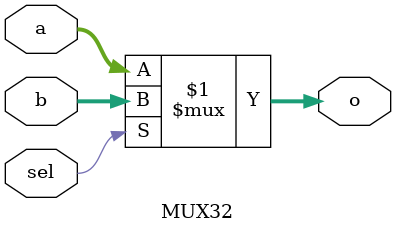
<source format=v>
module MUX32(a,b,sel,o);
input	[31:0]	a,b;
input	[0:0]	sel;
output	[31:0]	o;

assign o=(sel)?b:a;

endmodule

</source>
